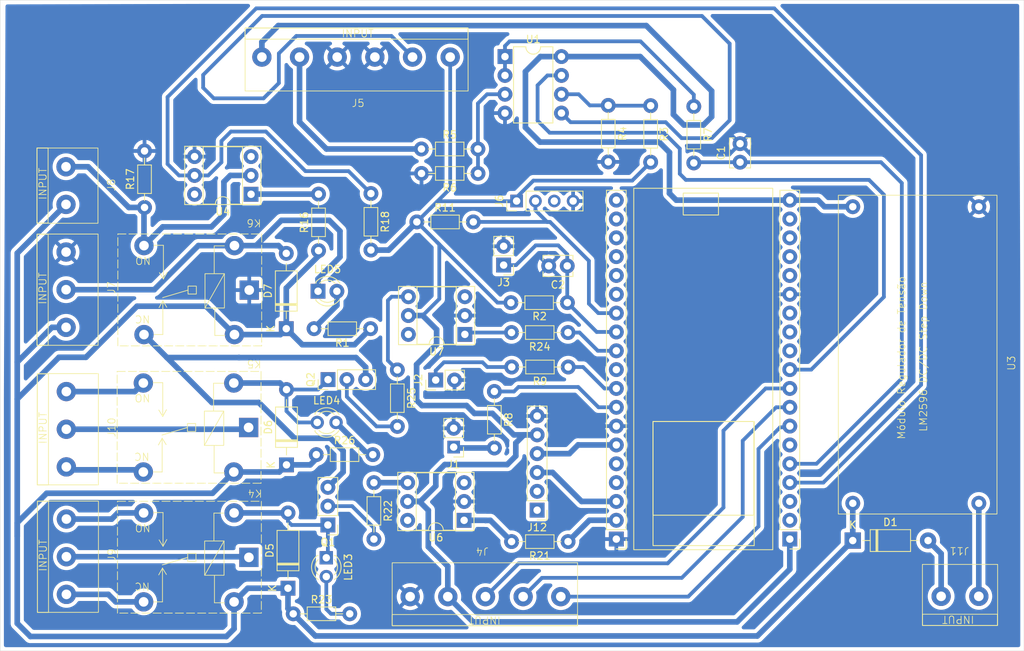
<source format=kicad_pcb>
(kicad_pcb (version 20221018) (generator pcbnew)
  (layers (0 "F.Cu" signal) (31 "B.Cu" signal) (34 "B.Paste" user) (35 "F.Paste" user) (36 "B.SilkS" user "B.Silkscreen") (37 "F.SilkS" user "F.Silkscreen") (38 "B.Mask" user) (39 "F.Mask" user) (44 "Edge.Cuts" user))
  (net 0 "")
  (net 1 "/Microcontroller/ACS712_BUF")
  (net 2 "Earth")
  (net 3 "/Microcontroller/BT_CONFIG")
  (net 4 "Net-(D1-A)")
  (net 5 "Net-(D5-A)")
  (net 6 "Net-(D6-A)")
  (net 7 "+12V")
  (net 8 "/Reles/OUT_DETECTOR")
  (net 9 "Net-(J1-Pin_1)")
  (net 10 "Net-(J2-Pin_1)")
  (net 11 "/Microcontroller/MAX6675_SO")
  (net 12 "/Microcontroller/MAX6675_CS")
  (net 13 "/Microcontroller/MAX6675_SCK")
  (net 14 "+3.3V")
  (net 15 "+5V")
  (net 16 "/Microcontroller/ACS712_OUT")
  (net 17 "/Microcontroller/TCRT5000")
  (net 18 "/Microcontroller/DHT22")
  (net 19 "/Reles/RELE_3_NA")
  (net 20 "/Reles/RELE_1_NF")
  (net 21 "/Reles/COM_1")
  (net 22 "/Reles/RELE_1_NA")
  (net 23 "/Reles/RELE_2_NF")
  (net 24 "/Reles/COM_2")
  (net 25 "/Reles/RELE_2_NA")
  (net 26 "Net-(U3-IN_-)")
  (net 29 "/Microcontroller/SCL")
  (net 30 "/Microcontroller/SDA")
  (net 31 "/Reles/GND2")
  (net 32 "Net-(LED3-A)")
  (net 33 "Net-(LED4-A)")
  (net 34 "Net-(LED5-A)")
  (net 35 "Net-(Q1-B)")
  (net 36 "Net-(Q2-B)")
  (net 37 "Net-(U1B--)")
  (net 38 "Net-(U1A-+)")
  (net 39 "Net-(U1A--)")
  (net 40 "/Microcontroller/LED_VM")
  (net 41 "/Microcontroller/LED_VD")
  (net 42 "Net-(R16-Pad2)")
  (net 43 "Net-(R21-Pad2)")
  (net 44 "Net-(R22-Pad1)")
  (net 45 "Net-(R24-Pad2)")
  (net 46 "Net-(R25-Pad1)")
  (net 47 "/Microcontroller/OUT_RPM")
  (net 52 "/Microcontroller/FIRE_GPIO")
  (net 67 "/Microcontroller/RELE_2")
  (net 71 "/Microcontroller/RELE_1")
  (footprint "Resistor_THT:R_Axial_DIN0204_L3.6mm_D1.6mm_P7.62mm_Horizontal" (layer "F.Cu") (at 103.95 100.41)
    (fp_text reference "R2")
    (fp_text value "10K")
  )
  (footprint "Package_DIP:DIP-6_W7.62mm_Socket" (layer "F.Cu") (at 97.74 104.69 180)
    (fp_text reference "U7")
    (fp_text value "CNY17-1")
  )
  (footprint "LED_THT:LED_D3.0mm" (layer "F.Cu") (at 77.935 98.87)
    (fp_text reference "LED5")
    (fp_text value "LED_VM")
  )
  (footprint "Resistor_THT:R_Axial_DIN0204_L3.6mm_D1.6mm_P7.62mm_Horizontal" (layer "F.Cu") (at 99.51 82.98 180)
    (fp_text reference "R6")
    (fp_text value "20K")
  )
  (footprint "Resistor_THT:R_Axial_DIN0204_L3.6mm_D1.6mm_P7.62mm_Horizontal" (layer "F.Cu") (at 85.07 85.69 -90)
    (fp_text reference "R18")
    (fp_text value "10K")
  )
  (footprint "My_library_footprint:KRE_6Vias" (layer "F.Cu") (at 85.6003 67.284)
    (fp_text reference "J5")
    (fp_text value "Conn_01x06")
  )
  (footprint "Resistor_THT:R_Axial_DIN0204_L3.6mm_D1.6mm_P7.62mm_Horizontal" (layer "F.Cu") (at 117.08 73.8 -90)
    (fp_text reference "R4")
    (fp_text value "2K2")
  )
  (footprint "Resistor_THT:R_Axial_DIN0204_L3.6mm_D1.6mm_P7.62mm_Horizontal" (layer "F.Cu") (at 111.68 109.09 180)
    (fp_text reference "R9")
    (fp_text value "330R")
  )
  (footprint "Resistor_THT:R_Axial_DIN0204_L3.6mm_D1.6mm_P7.62mm_Horizontal" (layer "F.Cu") (at 91.88 79.68)
    (fp_text reference "R5")
    (fp_text value "10K")
  )
  (footprint "Resistor_THT:R_Axial_DIN0204_L3.6mm_D1.6mm_P7.62mm_Horizontal" (layer "F.Cu") (at 111.66 132.64 180)
    (fp_text reference "R21")
    (fp_text value "330R")
  )
  (footprint "Resistor_THT:R_Axial_DIN0204_L3.6mm_D1.6mm_P7.62mm_Horizontal" (layer "F.Cu") (at 101.72 112.39 -90)
    (fp_text reference "R8")
    (fp_text value "330R")
  )
  (footprint "Resistor_THT:R_Axial_DIN0204_L3.6mm_D1.6mm_P7.62mm_Horizontal" (layer "F.Cu") (at 88.63 109.48 -90)
    (fp_text reference "R25")
    (fp_text value "1K")
  )
  (footprint "Connector_PinHeader_2.54mm:PinHeader_1x06_P2.54mm_Vertical" (layer "F.Cu") (at 107.49 128.4 180)
    (fp_text reference "J12")
    (fp_text value "RTC-DS3231")
  )
  (footprint "My_library_footprint:KRE_3Vias" (layer "F.Cu") (at 43.95 98.66 90)
    (fp_text reference "J7")
    (fp_text value "KRE_3_vias")
  )
  (footprint "Capacitor_THT:C_Disc_D3.8mm_W2.6mm_P2.50mm" (layer "F.Cu") (at 134.8603 81.464 90)
    (fp_text reference "C1")
    (fp_text value "100nF")
  )
  (footprint "Package_DIP:DIP-8_W7.62mm" (layer "F.Cu") (at 103.15 67.22)
    (fp_text reference "U1")
    (fp_text value "LM358")
  )
  (footprint "Resistor_THT:R_Axial_DIN0204_L3.6mm_D1.6mm_P7.62mm_Horizontal" (layer "F.Cu") (at 91.26 89.52)
    (fp_text reference "R11")
    (fp_text value "4K7")
  )
  (footprint "My_library_footprint:KRE_3Vias" (layer "F.Cu") (at 43.9936 134.68 90)
    (fp_text reference "J9")
    (fp_text value "KRE_3_vias")
  )
  (footprint "Resistor_THT:R_Axial_DIN0204_L3.6mm_D1.6mm_P7.62mm_Horizontal" (layer "F.Cu") (at 78 93.39 90)
    (fp_text reference "R16")
    (fp_text value "3K3")
  )
  (footprint "My_library_footprint:Módulo_DC-DC_2576" (layer "F.Cu") (at 171.965 108.57 90)
    (fp_text reference "U3")
    (fp_text value "~" hide)
  )
  (footprint "Package_DIP:DIP-6_W7.62mm_Socket" (layer "F.Cu") (at 68.9 85.79 180)
    (fp_text reference "U4")
    (fp_text value "CNY17-1")
  )
  (footprint "Resistor_THT:R_Axial_DIN0204_L3.6mm_D1.6mm_P7.62mm_Horizontal" (layer "F.Cu") (at 128.62 73.94 -90)
    (fp_text reference "R7")
    (fp_text value "100R")
  )
  (footprint "LED_THT:LED_D3.0mm" (layer "F.Cu") (at 79.05 134.82 -90)
    (fp_text reference "LED3")
    (fp_text value "LED_VM")
  )
  (footprint "Resistor_THT:R_Axial_DIN0204_L3.6mm_D1.6mm_P7.62mm_Horizontal" (layer "F.Cu") (at 77.7 120.91)
    (fp_text reference "R26")
    (fp_text value "820R")
  )
  (footprint "Diode_THT:D_DO-41_SOD81_P10.16mm_Horizontal" (layer "F.Cu") (at 73.65 103.92 90)
    (fp_text reference "D7")
    (fp_text value "1N4007")
  )
  (footprint "My_library_footprint:AX1RC" (layer "F.Cu") (at 68.57 117.25 180)
    (fp_text reference "K5")
    (fp_text value "AX1RC2")
  )
  (footprint "Diode_THT:D_DO-41_SOD81_P10.16mm_Horizontal" (layer "F.Cu") (at 73.88 138.93 90)
    (fp_text reference "D5")
    (fp_text value "1N4007")
  )
  (footprint "Resistor_THT:R_Axial_DIN0204_L3.6mm_D1.6mm_P7.62mm_Horizontal" (layer "F.Cu") (at 111.65 104.44 180)
    (fp_text reference "R24")
    (fp_text value "330R")
  )
  (footprint "Connector_PinHeader_2.54mm:PinHeader_1x02_P2.54mm_Vertical" (layer "F.Cu") (at 93.805 110.85 90)
    (fp_text reference "J2")
    (fp_text value "Led Verde")
  )
  (footprint "Package_DIP:DIP-6_W7.62mm_Socket" (layer "F.Cu") (at 97.64 129.77 180)
    (fp_text reference "U6")
    (fp_text value "CNY17-1")
  )
  (footprint "My_library_footprint:KRE_2Vias" (layer "F.Cu") (at 164.5243 140.152 180)
    (fp_text reference "J11")
    (fp_text value "~")
  )
  (footprint "My_library_footprint:KRE_5Vias" (layer "F.Cu") (at 95.4397 140.066 180)
    (fp_text reference "J4")
    (fp_text value "Conn_01x05")
  )
  (footprint "My_library_footprint:KRE_2Vias" (layer "F.Cu") (at 43.812 84.62 90)
    (fp_text reference "J8")
    (fp_text value "~")
  )
  (footprint "Resistor_THT:R_Axial_DIN0204_L3.6mm_D1.6mm_P7.62mm_Horizontal" (layer "F.Cu") (at 74.59 142.38)
    (fp_text reference "R23")
    (fp_text value "820R")
  )
  (footprint "Connector_PinHeader_2.54mm:PinHeader_1x03_P2.54mm_Vertical" (layer "F.Cu") (at 79.28 110.79 90)
    (fp_text reference "Q2")
    (fp_text value "BC547")
  )
  (footprint "Capacitor_THT:C_Disc_D3.8mm_W2.6mm_P2.50mm" (layer "F.Cu") (at 111.55 95.45 180)
    (fp_text reference "C2")
    (fp_text value "100nF")
  )
  (footprint "Connector_PinHeader_2.54mm:PinHeader_1x04_P2.54mm_Vertical" (layer "F.Cu") (at 104.72 86.7 90)
    (fp_text reference "J6")
    (fp_text value "DHT22")
  )
  (footprint "Connector_PinHeader_2.54mm:PinHeader_1x02_P2.54mm_Vertical" (layer "F.Cu") (at 102.97 95.345 180)
    (fp_text reference "J3")
    (fp_text value "Botão config ")
  )
  (footprint "Resistor_THT:R_Axial_DIN0204_L3.6mm_D1.6mm_P7.62mm_Horizontal" (layer "F.Cu") (at 85.02 103.92 180)
    (fp_text reference "R1")
    (fp_text value "820R")
  )
  (footprint "Connector_PinHeader_2.54mm:PinHeader_1x03_P2.54mm_Vertical" (layer "F.Cu") (at 79.26 130.4 180)
    (fp_text reference "Q1")
    (fp_text value "BC547")
  )
  (footprint "My_library_footprint:ESP32_DevKit" (layer "F.Cu") (at 131.12 81.3825 180)
    (fp_text reference "U5" hide)
    (fp_text value "~" hide)
  )
  (footprint "Resistor_THT:R_Axial_DIN0204_L3.6mm_D1.6mm_P7.62mm_Horizontal" (layer "F.Cu") (at 85.47 124.69 -90)
    (fp_text reference "R22")
    (fp_text value "1K")
  )
  (footprint "My_library_footprint:AX1RC" (layer "F.Cu") (at 68.6564 98.7154 180)
    (fp_text reference "K6")
    (fp_text value "AX1RC2")
  )
  (footprint "Resistor_THT:R_Axial_DIN0204_L3.6mm_D1.6mm_P7.62mm_Horizontal" (layer "F.Cu") (at 54.53 87.57 90)
    (fp_text reference "R17")
    (fp_text value "220K")
  )
  (footprint "Diode_THT:D_DO-41_SOD81_P10.16mm_Horizontal" (layer "F.Cu") (at 73.68 122.29 90)
    (fp_text reference "D6")
    (fp_text value "1N4007")
  )
  (footprint "Connector_PinHeader_2.54mm:PinHeader_1x02_P2.54mm_Vertical" (layer "F.Cu") (at 96.23 119.895 180)
    (fp_text reference "J1")
    (fp_text value "Led Vermelho")
  )
  (footprint "Resistor_THT:R_Axial_DIN0204_L3.6mm_D1.6mm_P7.62mm_Horizontal" (layer "F.Cu") (at 122.8 81.46 90)
    (fp_text reference "R3")
    (fp_text value "750R")
  )
  (footprint "Diode_THT:D_DO-41_SOD81_P10.16mm_Horizontal" (layer "F.Cu") (at 150.06 132.5)
    (fp_text reference "D1")
    (fp_text value "1N4007")
  )
  (footprint "My_library_footprint:KRE_3Vias" (layer "F.Cu") (at 43.9836 117.4846 90)
    (fp_text reference "J10")
    (fp_text value "KRE_3_vias")
  )
  (footprint "LED_THT:LED_D3.0mm" (layer "F.Cu") (at 77.825 116.57)
    (fp_text reference "LED4")
    (fp_text value "LED_VM")
  )
  (footprint "My_library_footprint:AX1RC" (layer "F.Cu") (at 68.61 134.77 180)
    (fp_text reference "K4")
    (fp_text value "AX1RC2")
  )
  (gr_rect (start 35.06 147.38) (end 173.16 59.61) (stroke (width 0.05)) (fill none) (layer "Edge.Cuts"))
  (segment (start 153.864 81.464) (end 134.8603 81.464) (width 0.508) (layer "B.Cu") (net 1))
  (segment (start 156.68 110.63) (end 156.68 84.28) (width 0.508) (layer "B.Cu") (net 1))
  (segment (start 141.57 122.1425) (end 145.1675 122.1425) (width 0.508) (layer "B.Cu") (net 1))
  (segment (start 145.1675 122.1425) (end 156.68 110.63) (width 0.508) (layer "B.Cu") (net 1))
  (segment (start 156.68 84.28) (end 153.864 81.464) (width 0.508) (layer "B.Cu") (net 1))
  (segment (start 134.8603 81.464) (end 128.716 81.464) (width 0.508) (layer "B.Cu") (net 1))
  (segment (start 115.5225 104.3625) (end 118.17 104.3625) (width 0.508) (layer "B.Cu") (net 3))
  (segment (start 111.57 100.41) (end 115.5225 104.3625) (width 0.508) (layer "B.Cu") (net 3))
  (segment (start 111.55 93.9) (end 111.55 95.45) (width 0.508) (layer "B.Cu") (net 3))
  (segment (start 104.635 95.345) (end 107.3 92.68) (width 0.508) (layer "B.Cu") (net 3))
  (segment (start 111.55 95.45) (end 111.55 100.39) (width 0.508) (layer "B.Cu") (net 3))
  (segment (start 107.3 92.68) (end 110.33 92.68) (width 0.508) (layer "B.Cu") (net 3))
  (segment (start 110.33 92.68) (end 111.55 93.9) (width 0.508) (layer "B.Cu") (net 3))
  (segment (start 102.97 95.345) (end 104.635 95.345) (width 0.508) (layer "B.Cu") (net 3))
  (segment (start 161.9843 134.2643) (end 160.22 132.5) (width 0.762) (layer "B.Cu") (net 4))
  (segment (start 161.9843 140.025) (end 161.9843 134.2643) (width 0.762) (layer "B.Cu") (net 4))
  (segment (start 79.26 130.4) (end 79.26 134.61) (width 0.508) (layer "B.Cu") (net 5))
  (segment (start 66.61 128.77) (end 73.88 128.77) (width 0.762) (layer "B.Cu") (net 5))
  (segment (start 73.88 128.77) (end 73.88 129.91) (width 0.508) (layer "B.Cu") (net 5))
  (segment (start 73.88 129.91) (end 74.37 130.4) (width 0.508) (layer "B.Cu") (net 5))
  (segment (start 74.37 130.4) (end 79.26 130.4) (width 0.508) (layer "B.Cu") (net 5))
  (segment (start 77.825 116.57) (end 75.21 116.57) (width 0.508) (layer "B.Cu") (net 6))
  (segment (start 75.21 116.57) (end 73.68 115.04) (width 0.508) (layer "B.Cu") (net 6))
  (segment (start 66.57 111.25) (end 72.8 111.25) (width 0.762) (layer "B.Cu") (net 6))
  (segment (start 73.68 115.04) (end 73.68 112.13) (width 0.508) (layer "B.Cu") (net 6))
  (segment (start 77.94 112.13) (end 79.28 110.79) (width 0.508) (layer "B.Cu") (net 6))
  (segment (start 72.8 111.25) (end 73.68 112.13) (width 0.762) (layer "B.Cu") (net 6))
  (segment (start 73.68 112.13) (end 77.94 112.13) (width 0.508) (layer "B.Cu") (net 6))
  (segment (start 66.61 140.77) (end 66.61 144.4) (width 0.762) (layer "B.Cu") (net 7))
  (segment (start 37.36 93.739) (end 43.939 87.16) (width 0.762) (layer "B.Cu") (net 7))
  (segment (start 73.65 103.92) (end 75.81 106.08) (width 0.762) (layer "B.Cu") (net 7))
  (segment (start 66.61 144.4) (end 65.57 145.44) (width 0.762) (layer "B.Cu") (net 7))
  (segment (start 73.68 122.29) (end 76.88 122.29) (width 0.762) (layer "B.Cu") (net 7))
  (segment (start 53.52 100.89) (end 46.63 107.78) (width 0.762) (layer "B.Cu") (net 7))
  (segment (start 66.57 123.25) (end 72.72 123.25) (width 0.762) (layer "B.Cu") (net 7))
  (segment (start 37.36 108.43) (end 37.36 93.739) (width 0.762) (layer "B.Cu") (net 7))
  (segment (start 75.81 106.08) (end 82.86 106.08) (width 0.762) (layer "B.Cu") (net 7))
  (segment (start 43.95 103.74) (end 42.05 103.74) (width 0.762) (layer "B.Cu") (net 7))
  (segment (start 78 94.1) (end 73.65 98.45) (width 0.762) (layer "B.Cu") (net 7))
  (segment (start 78 93.39) (end 78 94.1) (width 0.762) (layer "B.Cu") (net 7))
  (segment (start 65.57 145.44) (end 39.13 145.44) (width 0.762) (layer "B.Cu") (net 7))
  (segment (start 137.19 145.37) (end 77.58 145.37) (width 0.762) (layer "B.Cu") (net 7))
  (segment (start 66.57 123.25) (end 63.7 126.12) (width 0.762) (layer "B.Cu") (net 7))
  (segment (start 77.58 145.37) (end 74.59 142.38) (width 0.762) (layer "B.Cu") (net 7))
  (segment (start 66.61 140.77) (end 68.45 138.93) (width 0.762) (layer "B.Cu") (net 7))
  (segment (start 73.88 141.67) (end 74.59 142.38) (width 0.762) (layer "B.Cu") (net 7))
  (segment (start 46.63 107.78) (end 42.99 107.78) (width 0.762) (layer "B.Cu") (net 7))
  (segment (start 73.65 98.45) (end 73.65 103.92) (width 0.762) (layer "B.Cu") (net 7))
  (segment (start 37.36 130.09) (end 37.36 131.92) (width 0.762) (layer "B.Cu") (net 7))
  (segment (start 62.831 100.89) (end 53.52 100.89) (width 0.762) (layer "B.Cu") (net 7))
  (segment (start 42.05 103.74) (end 37.36 108.43) (width 0.762) (layer "B.Cu") (net 7))
  (segment (start 63.7 126.12) (end 41.33 126.12) (width 0.762) (layer "B.Cu") (net 7))
  (segment (start 68.45 138.93) (end 73.88 138.93) (width 0.762) (layer "B.Cu") (net 7))
  (segment (start 42.99 107.78) (end 37.36 113.41) (width 0.762) (layer "B.Cu") (net 7))
  (segment (start 76.88 122.29) (end 77.43 121.74) (width 0.762) (layer "B.Cu") (net 7))
  (segment (start 66.6564 104.7154) (end 62.831 100.89) (width 0.762) (layer "B.Cu") (net 7))
  (segment (start 66.6564 104.7154) (end 72.8546 104.7154) (width 0.762) (layer "B.Cu") (net 7))
  (segment (start 37.36 143.67) (end 37.36 131.92) (width 0.762) (layer "B.Cu") (net 7))
  (segment (start 39.13 145.44) (end 37.36 143.67) (width 0.762) (layer "B.Cu") (net 7))
  (segment (start 150.06 132.5) (end 149.95 132.5) (width 0.762) (layer "B.Cu") (net 7))
  (segment (start 41.33 126.12) (end 37.36 130.09) (width 0.762) (layer "B.Cu") (net 7))
  (segment (start 150.06 132.5) (end 137.19 145.37) (width 0.762) (layer "B.Cu") (net 7))
  (segment (start 150.06 132.5) (end 150.06 127.475) (width 0.762) (layer "B.Cu") (net 7))
  (segment (start 150.06 127.475) (end 150.065 127.47) (width 0.762) (layer "B.Cu") (net 7))
  (segment (start 73.88 138.93) (end 73.88 141.67) (width 0.762) (layer "B.Cu") (net 7))
  (segment (start 82.86 106.08) (end 85.02 103.92) (width 0.762) (layer "B.Cu") (net 7))
  (segment (start 72.72 123.25) (end 73.68 122.29) (width 0.762) (layer "B.Cu") (net 7))
  (segment (start 37.36 113.41) (end 37.36 108.43) (width 0.762) (layer "B.Cu") (net 7))
  (segment (start 72.8546 104.7154) (end 73.65 103.92) (width 0.762) (layer "B.Cu") (net 7))
  (segment (start 37.36 131.92) (end 37.36 113.41) (width 0.762) (layer "B.Cu") (net 7))
  (segment (start 80.89 90.76) (end 79.44 89.31) (width 0.762) (layer "B.Cu") (net 8))
  (segment (start 69.58 92.7154) (end 72.6054 92.7154) (width 0.762) (layer "B.Cu") (net 8))
  (segment (start 55.84 98.66) (end 43.95 98.66) (width 0.762) (layer "B.Cu") (net 8))
  (segment (start 80.89 94.25) (end 80.89 90.76) (width 0.762) (layer "B.Cu") (net 8))
  (segment (start 77.935 98.87) (end 77.935 97.205) (width 0.762) (layer "B.Cu") (net 8))
  (segment (start 72.6054 92.7154) (end 73.65 93.76) (width 0.762) (layer "B.Cu") (net 8))
  (segment (start 79.44 89.31) (end 72.9854 89.31) (width 0.762) (layer "B.Cu") (net 8))
  (segment (start 66.6564 92.7154) (end 69.58 92.7154) (width 0.762) (layer "B.Cu") (net 8))
  (segment (start 77.935 97.205) (end 80.89 94.25) (width 0.762) (layer "B.Cu") (net 8))
  (segment (start 72.9854 89.31) (end 69.58 92.7154) (width 0.762) (layer "B.Cu") (net 8))
  (segment (start 66.6564 92.7154) (end 61.7846 92.7154) (width 0.762) (layer "B.Cu") (net 8))
  (segment (start 61.7846 92.7154) (end 55.84 98.66) (width 0.762) (layer "B.Cu") (net 8))
  (segment (start 101.72 120.01) (end 96.345 120.01) (width 0.762) (layer "B.Cu") (net 9))
  (segment (start 96.345 120.01) (end 96.23 119.895) (width 0.762) (layer "B.Cu") (net 9))
  (segment (start 100.76 109.09) (end 100.12 108.45) (width 0.508) (layer "B.Cu") (net 10))
  (segment (start 94.92 108.45) (end 93.805 109.565) (width 0.508) (layer "B.Cu") (net 10))
  (segment (start 100.12 108.45) (end 94.92 108.45) (width 0.508) (layer "B.Cu") (net 10))
  (segment (start 104.06 109.09) (end 100.76 109.09) (width 0.508) (layer "B.Cu") (net 10))
  (segment (start 93.805 109.565) (end 93.805 110.85) (width 0.508) (layer "B.Cu") (net 10))
  (segment (start 127.864 140.066) (end 137.35 130.58) (width 0.508) (layer "B.Cu") (net 11))
  (segment (start 137.35 120.14) (end 140.26 117.23) (width 0.508) (layer "B.Cu") (net 11))
  (segment (start 110.6797 140.066) (end 127.864 140.066) (width 0.508) (layer "B.Cu") (net 11))
  (segment (start 137.35 130.58) (end 137.35 120.14) (width 0.508) (layer "B.Cu") (net 11))
  (segment (start 140.26 117.22) (end 141.4125 117.22) (width 0.508) (layer "B.Cu") (net 11))
  (segment (start 135.22 129.31) (end 135.22 119.03) (width 0.508) (layer "B.Cu") (net 12))
  (segment (start 139.7275 114.5225) (end 141.57 114.5225) (width 0.508) (layer "B.Cu") (net 12))
  (segment (start 135.22 119.03) (end 139.7275 114.5225) (width 0.508) (layer "B.Cu") (net 12))
  (segment (start 127 137.53) (end 135.22 129.31) (width 0.508) (layer "B.Cu") (net 12))
  (segment (start 105.5997 140.066) (end 108.1357 137.53) (width 0.508) (layer "B.Cu") (net 12))
  (segment (start 108.1357 137.53) (end 127 137.53) (width 0.508) (layer "B.Cu") (net 12))
  (segment (start 138.3075 111.9825) (end 141.57 111.9825) (width 0.508) (layer "B.Cu") (net 13))
  (segment (start 132.62 117.67) (end 138.3075 111.9825) (width 0.508) (layer "B.Cu") (net 13))
  (segment (start 132.62 128.05) (end 132.62 117.67) (width 0.508) (layer "B.Cu") (net 13))
  (segment (start 105.0157 135.57) (end 125.1 135.57) (width 0.508) (layer "B.Cu") (net 13))
  (segment (start 100.5197 140.066) (end 105.0157 135.57) (width 0.508) (layer "B.Cu") (net 13))
  (segment (start 125.1 135.57) (end 132.62 128.05) (width 0.508) (layer "B.Cu") (net 13))
  (segment (start 98.8437 143.47) (end 95.4397 140.066) (width 0.762) (layer "B.Cu") (net 14))
  (segment (start 120.31 83.95) (end 122.8 81.46) (width 0.508) (layer "B.Cu") (net 14))
  (segment (start 104.34 118.24) (end 101.45 115.35) (width 0.762) (layer "B.Cu") (net 14))
  (segment (start 92.81 128.42) (end 91.6 127.21) (width 0.762) (layer "B.Cu") (net 14))
  (segment (start 87.46 93.32) (end 91.26 89.52) (width 0.762) (layer "B.Cu") (net 14))
  (segment (start 95.7603 67.284) (end 95.7603 85.0197) (width 0.508) (layer "B.Cu") (net 14))
  (segment (start 91.95 114.29) (end 91.23 113.57) (width 0.762) (layer "B.Cu") (net 14))
  (segment (start 91.23 113.57) (end 91.23 108.75) (width 0.762) (layer "B.Cu") (net 14))
  (segment (start 103.45 122.25) (end 104.61 121.09) (width 0.762) (layer "B.Cu") (net 14))
  (segment (start 97.97 114.29) (end 91.95 114.29) (width 0.762) (layer "B.Cu") (net 14))
  (segment (start 90.04 127.21) (end 90.02 127.23) (width 0.762) (layer "B.Cu") (net 14))
  (segment (start 104.61 119.34) (end 105.71 118.24) (width 0.762) (layer "B.Cu") (net 14))
  (segment (start 141.57 136.37) (end 134.47 143.47) (width 0.762) (layer "B.Cu") (net 14))
  (segment (start 90.02 127.23) (end 91.73 127.23) (width 0.762) (layer "B.Cu") (net 14))
  (segment (start 92.81 133.34) (end 92.81 128.42) (width 0.762) (layer "B.Cu") (net 14))
  (segment (start 101.45 115.35) (end 99.03 115.35) (width 0.762) (layer "B.Cu") (net 14))
  (segment (start 105.71 118.24) (end 107.49 118.24) (width 0.762) (layer "B.Cu") (net 14))
  (segment (start 102.15 100.41) (end 94 92.26) (width 0.508) (layer "B.Cu") (net 14))
  (segment (start 99.03 115.35) (end 97.97 114.29) (width 0.762) (layer "B.Cu") (net 14))
  (segment (start 91.23 108.75) (end 93.93 106.05) (width 0.762) (layer "B.Cu") (net 14))
  (segment (start 141.57 132.3025) (end 141.57 136.37) (width 0.762) (layer "B.Cu") (net 14))
  (segment (start 94.05 86.73) (end 104.69 86.73) (width 0.508) (layer "B.Cu") (net 14))
  (segment (start 85.07 93.31) (end 85.08 93.32) (width 0.762) (layer "B.Cu") (net 14))
  (segment (start 85.08 93.32) (end 87.46 93.32) (width 0.762) (layer "B.Cu") (net 14))
  (segment (start 104.69 86.73) (end 104.72 86.7) (width 0.508) (layer "B.Cu") (net 14))
  (segment (start 95.03 122.25) (end 103.45 122.25) (width 0.762) (layer "B.Cu") (net 14))
  (segment (start 92.99 87.79) (end 94.05 86.73) (width 0.508) (layer "B.Cu") (net 14))
  (segment (start 134.47 143.47) (end 98.8437 143.47) (width 0.762) (layer "B.Cu") (net 14))
  (segment (start 94 92.26) (end 91.26 89.52) (width 0.508) (layer "B.Cu") (net 14))
  (segment (start 104.72 86.7) (end 104.72 86.21) (width 0.508) (layer "B.Cu") (net 14))
  (segment (start 93.93 106.05) (end 93.93 104.03) (width 0.762) (layer "B.Cu") (net 14))
  (segment (start 94.291 99.909) (end 94.291 92.551) (width 0.508) (layer "B.Cu") (net 14))
  (segment (start 93.82 125.14) (end 93.82 123.46) (width 0.762) (layer "B.Cu") (net 14))
  (segment (start 103.95 100.41) (end 102.15 100.41) (width 0.508) (layer "B.Cu") (net 14))
  (segment (start 93.93 104.03) (end 92.05 102.15) (width 0.762) (layer "B.Cu") (net 14))
  (segment (start 95.4397 135.9697) (end 92.81 133.34) (width 0.762) (layer "B.Cu") (net 14))
  (segment (start 91.73 127.23) (end 93.82 125.14) (width 0.762) (layer "B.Cu") (net 14))
  (segment (start 104.72 86.21) (end 106.98 83.95) (width 0.508) (layer "B.Cu") (net 14))
  (segment (start 90.12 102.15) (end 92.05 102.15) (width 0.762) (layer "B.Cu") (net 14))
  (segment (start 91.26 89.52) (end 92.99 87.79) (width 0.508) (layer "B.Cu") (net 14))
  (segment (start 104.61 121.09) (end 104.61 119.34) (width 0.762) (layer "B.Cu") (net 14))
  (segment (start 95.7603 85.0197) (end 92.99 87.79) (width 0.508) (layer "B.Cu") (net 14))
  (segment (start 92.05 102.15) (end 94.291 99.909) (width 0.508) (layer "B.Cu") (net 14))
  (segment (start 91.6 127.21) (end 90.04 127.21) (width 0.762) (layer "B.Cu") (net 14))
  (segment (start 94.291 92.551) (end 94 92.26) (width 0.508) (layer "B.Cu") (net 14))
  (segment (start 95.4397 140.066) (end 95.4397 135.9697) (width 0.762) (layer "B.Cu") (net 14))
  (segment (start 93.82 123.46) (end 95.03 122.25) (width 0.762) (layer "B.Cu") (net 14))
  (segment (start 92.06 89.52) (end 91.26 89.52) (width 0.508) (layer "B.Cu") (net 14))
  (segment (start 106.98 83.95) (end 120.31 83.95) (width 0.508) (layer "B.Cu") (net 14))
  (segment (start 107.49 118.24) (end 104.34 118.24) (width 0.762) (layer "B.Cu") (net 14))
  (segment (start 72.57 63.04) (end 122.21 63.04) (width 0.762) (layer "B.Cu") (net 15))
  (segment (start 107.93 67.22) (end 105.91 69.24) (width 0.762) (layer "B.Cu") (net 15))
  (segment (start 110.77 67.22) (end 107.93 67.22) (width 0.762) (layer "B.Cu") (net 15))
  (segment (start 127.28 76.44) (end 125.87 75.03) (width 0.762) (layer "B.Cu") (net 15))
  (segment (start 126.2525 86.5825) (end 141.57 86.5825) (width 0.762) (layer "B.Cu") (net 15))
  (segment (start 145.3625 86.5825) (end 141.57 86.5825) (width 0.762) (layer "B.Cu") (net 15))
  (segment (start 105.91 69.24) (end 105.91 76.78) (width 0.762) (layer "B.Cu") (net 15))
  (segment (start 70.3603 65.2497) (end 72.57 63.04) (width 0.762) (layer "B.Cu") (net 15))
  (segment (start 125.34 80.14) (end 125.34 85.67) (width 0.762) (layer "B.Cu") (net 15))
  (segment (start 131.03 71.86) (end 131.03 75.33) (width 0.762) (layer "B.Cu") (net 15))
  (segment (start 131.03 75.33) (end 129.92 76.44) (width 0.762) (layer "B.Cu") (net 15))
  (segment (start 105.91 76.78) (end 107.88 78.75) (width 0.762) (layer "B.Cu") (net 15))
  (segment (start 122.21 63.04) (end 131.03 71.86) (width 0.762) (layer "B.Cu") (net 15))
  (segment (start 70.3603 67.284) (end 70.3603 65.2497) (width 0.762) (layer "B.Cu") (net 15))
  (segment (start 125.34 85.67) (end 126.2525 86.5825) (width 0.762) (layer "B.Cu") (net 15))
  (segment (start 146.25 87.47) (end 145.3625 86.5825) (width 0.762) (layer "B.Cu") (net 15))
  (segment (start 125.87 71.7) (end 121.39 67.22) (width 0.762) (layer "B.Cu") (net 15))
  (segment (start 129.92 76.44) (end 127.28 76.44) (width 0.762) (layer "B.Cu") (net 15))
  (segment (start 150.065 87.47) (end 146.25 87.47) (width 0.762) (layer "B.Cu") (net 15))
  (segment (start 123.95 78.75) (end 125.34 80.14) (width 0.762) (layer "B.Cu") (net 15))
  (segment (start 121.39 67.22) (end 110.77 67.22) (width 0.762) (layer "B.Cu") (net 15))
  (segment (start 125.87 75.03) (end 125.87 71.7) (width 0.762) (layer "B.Cu") (net 15))
  (segment (start 107.88 78.75) (end 123.95 78.75) (width 0.762) (layer "B.Cu") (net 15))
  (segment (start 75.4403 76.0503) (end 79.07 79.68) (width 0.762) (layer "B.Cu") (net 16))
  (segment (start 79.07 79.68) (end 91.88 79.68) (width 0.762) (layer "B.Cu") (net 16))
  (segment (start 75.4403 67.284) (end 75.4403 76.0503) (width 0.762) (layer "B.Cu") (net 16))
  (segment (start 133.46 65.48) (end 133.46 75.81) (width 0.508) (layer "B.Cu") (net 17))
  (segment (start 70.39 61.74) (end 129.72 61.74) (width 0.508) (layer "B.Cu") (net 17))
  (segment (start 124.83 76.07) (end 112 76.07) (width 0.508) (layer "B.Cu") (net 17))
  (segment (start 62.44 71.42) (end 62.44 69.69) (width 0.508) (layer "B.Cu") (net 17))
  (segment (start 87.8363 64.44) (end 75 64.44) (width 0.508) (layer "B.Cu") (net 17))
  (segment (start 72.65 66.79) (end 72.65 70.79) (width 0.508) (layer "B.Cu") (net 17))
  (segment (start 126.98 78.22) (end 124.83 76.07) (width 0.508) (layer "B.Cu") (net 17))
  (segment (start 75 64.44) (end 72.65 66.79) (width 0.508) (layer "B.Cu") (net 17))
  (segment (start 72.65 70.79) (end 70.59 72.85) (width 0.508) (layer "B.Cu") (net 17))
  (segment (start 63.87 72.85) (end 62.44 71.42) (width 0.508) (layer "B.Cu") (net 17))
  (segment (start 90.6803 67.284) (end 87.8363 64.44) (width 0.508) (layer "B.Cu") (net 17))
  (segment (start 112 76.07) (end 110.77 74.84) (width 0.508) (layer "B.Cu") (net 17))
  (segment (start 131.05 78.22) (end 126.98 78.22) (width 0.508) (layer "B.Cu") (net 17))
  (segment (start 129.72 61.74) (end 133.46 65.48) (width 0.508) (layer "B.Cu") (net 17))
  (segment (start 133.46 75.81) (end 131.05 78.22) (width 0.508) (layer "B.Cu") (net 17))
  (segment (start 62.44 69.69) (end 70.39 61.74) (width 0.508) (layer "B.Cu") (net 17))
  (segment (start 70.59 72.85) (end 63.87 72.85) (width 0.508) (layer "B.Cu") (net 17))
  (segment (start 114.47 94.77) (end 109.22 89.52) (width 0.508) (layer "B.Cu") (net 18))
  (segment (start 115.7425 101.8225) (end 114.47 100.55) (width 0.508) (layer "B.Cu") (net 18))
  (segment (start 107.26 86.7) (end 107.26 87.95) (width 0.508) (layer "B.Cu") (net 18))
  (segment (start 114.47 100.55) (end 114.47 94.77) (width 0.508) (layer "B.Cu") (net 18))
  (segment (start 107.26 87.95) (end 108.83 89.52) (width 0.508) (layer "B.Cu") (net 18))
  (segment (start 118.17 101.8225) (end 115.7425 101.8225) (width 0.508) (layer "B.Cu") (net 18))
  (segment (start 109.22 89.52) (end 98.88 89.52) (width 0.508) (layer "B.Cu") (net 18))
  (segment (start 108.83 89.52) (end 109.22 89.52) (width 0.508) (layer "B.Cu") (net 18))
  (segment (start 46.92 82.08) (end 52.41 87.57) (width 0.762) (layer "B.Cu") (net 19))
  (segment (start 68.9 83.25) (end 66.1 83.25) (width 0.762) (layer "B.Cu") (net 19))
  (segment (start 54.4564 87.6436) (end 54.53 87.57) (width 0.762) (layer "B.Cu") (net 19))
  (segment (start 54.4564 92.7154) (end 54.4564 87.6436) (width 0.762) (layer "B.Cu") (net 19))
  (segment (start 65.24 84.11) (end 65.24 88.5) (width 0.762) (layer "B.Cu") (net 19))
  (segment (start 65.24 88.5) (end 63.55 90.19) (width 0.762) (layer "B.Cu") (net 19))
  (segment (start 66.1 83.25) (end 65.24 84.11) (width 0.762) (layer "B.Cu") (net 19))
  (segment (start 56.9818 90.19) (end 54.4564 92.7154) (width 0.762) (layer "B.Cu") (net 19))
  (segment (start 52.41 87.57) (end 54.53 87.57) (width 0.762) (layer "B.Cu") (net 19))
  (segment (start 63.55 90.19) (end 56.9818 90.19) (width 0.762) (layer "B.Cu") (net 19))
  (segment (start 43.939 82.08) (end 46.92 82.08) (width 0.762) (layer "B.Cu") (net 19))
  (segment (start 50.65 140.77) (end 49.64 139.76) (width 0.762) (layer "B.Cu") (net 20))
  (segment (start 54.41 140.77) (end 50.65 140.77) (width 0.762) (layer "B.Cu") (net 20))
  (segment (start 49.64 139.76) (end 43.9936 139.76) (width 0.762) (layer "B.Cu") (net 20))
  (segment (start 68.52 134.68) (end 68.61 134.77) (width 0.762) (layer "B.Cu") (net 21))
  (segment (start 43.9936 134.68) (end 68.52 134.68) (width 0.762) (layer "B.Cu") (net 21))
  (segment (start 50.93 128.77) (end 50.09 129.61) (width 0.762) (layer "B.Cu") (net 22))
  (segment (start 54.41 128.77) (end 50.93 128.77) (width 0.762) (layer "B.Cu") (net 22))
  (segment (start 50.09 129.61) (end 50.08 129.6) (width 0.762) (layer "B.Cu") (net 22))
  (segment (start 50.08 129.6) (end 43.9936 129.6) (width 0.762) (layer "B.Cu") (net 22))
  (segment (start 44.379 122.96) (end 54.08 122.96) (width 0.762) (layer "B.Cu") (net 23))
  (segment (start 43.9836 122.5646) (end 44.379 122.96) (width 0.762) (layer "B.Cu") (net 23))
  (segment (start 54.08 122.96) (end 54.37 123.25) (width 0.762) (layer "B.Cu") (net 23))
  (segment (start 43.9836 117.4846) (end 68.3354 117.4846) (width 0.762) (layer "B.Cu") (net 24))
  (segment (start 68.3354 117.4846) (end 68.57 117.25) (width 0.762) (layer "B.Cu") (net 24))
  (segment (start 43.9836 112.4046) (end 53.2154 112.4046) (width 0.762) (layer "B.Cu") (net 25))
  (segment (start 53.2154 112.4046) (end 54.37 111.25) (width 0.762) (layer "B.Cu") (net 25))
  (segment (start 167.0643 140.025) (end 167.0643 127.4707) (width 0.762) (layer "B.Cu") (net 26))
  (segment (start 113.4825 127.2225) (end 118.17 127.2225) (width 0.762) (layer "B.Cu") (net 29))
  (segment (start 109.58 123.32) (end 113.4825 127.2225) (width 0.762) (layer "B.Cu") (net 29))
  (segment (start 107.49 123.32) (end 109.58 123.32) (width 0.762) (layer "B.Cu") (net 29))
  (segment (start 107.49 120.78) (end 111.83 120.78) (width 0.762) (layer "B.Cu") (net 30))
  (segment (start 113.02 119.59) (end 113.0325 119.6025) (width 0.762) (layer "B.Cu") (net 30))
  (segment (start 113.0325 119.6025) (end 118.17 119.6025) (width 0.762) (layer "B.Cu") (net 30))
  (segment (start 111.83 120.78) (end 113.02 119.59) (width 0.762) (layer "B.Cu") (net 30))
  (segment (start 54.4564 104.7154) (end 57.5555 107.8145) (width 0.762) (layer "B.Cu") (net 31))
  (segment (start 81.32 120.41) (end 81.32 120.49) (width 0.762) (layer "B.Cu") (net 31))
  (segment (start 84.36 109.12) (end 83.06 107.82) (width 0.762) (layer "B.Cu") (net 31))
  (segment (start 79.61 118.7) (end 81.32 120.41) (width 0.762) (layer "B.Cu") (net 31))
  (segment (start 81.32 120.49) (end 81.32 123.26) (width 0.762) (layer "B.Cu") (net 31))
  (segment (start 81.32 123.26) (end 79.26 125.32) (width 0.762) (layer "B.Cu") (net 31))
  (segment (start 83.06 107.82) (end 67.269153 107.82) (width 0.762) (layer "B.Cu") (net 31))
  (segment (start 84.36 110.79) (end 84.36 109.12) (width 0.762) (layer "B.Cu") (net 31))
  (segment (start 74.76 118.7) (end 79.61 118.7) (width 0.762) (layer "B.Cu") (net 31))
  (segment (start 69.94 113.88) (end 74.76 118.7) (width 0.762) (layer "B.Cu") (net 31))
  (segment (start 57.5555 107.8145) (end 63.621 113.88) (width 0.762) (layer "B.Cu") (net 31))
  (segment (start 63.621 113.88) (end 69.94 113.88) (width 0.762) (layer "B.Cu") (net 31))
  (segment (start 67.269153 107.82) (end 67.263653 107.8145) (width 0.762) (layer "B.Cu") (net 31))
  (segment (start 67.263653 107.8145) (end 57.5555 107.8145) (width 0.762) (layer "B.Cu") (net 31))
  (segment (start 79.68 142.38) (end 79.05 141.75) (width 0.508) (layer "B.Cu") (net 32))
  (segment (start 79.05 141.75) (end 79.05 137.36) (width 0.508) (layer "B.Cu") (net 32))
  (segment (start 82.21 142.38) (end 79.68 142.38) (width 0.508) (layer "B.Cu") (net 32))
  (segment (start 84.705 120.91) (end 80.365 116.57) (width 0.762) (layer "B.Cu") (net 33))
  (segment (start 85.32 120.91) (end 84.705 120.91) (width 0.762) (layer "B.Cu") (net 33))
  (segment (start 80.475 98.87) (end 80.475 100.775) (width 0.762) (layer "B.Cu") (net 34))
  (segment (start 77.4 103.85) (end 77.4 103.92) (width 0.762) (layer "B.Cu") (net 34))
  (segment (start 80.475 100.775) (end 77.4 103.85) (width 0.762) (layer "B.Cu") (net 34))
  (segment (start 85.47 132.31) (end 85.47 130.8) (width 0.508) (layer "B.Cu") (net 35))
  (segment (start 82.53 127.86) (end 79.26 127.86) (width 0.508) (layer "B.Cu") (net 35))
  (segment (start 85.47 130.8) (end 82.53 127.86) (width 0.508) (layer "B.Cu") (net 35))
  (segment (start 85.82 117.1) (end 81.82 113.1) (width 0.508) (layer "B.Cu") (net 36))
  (segment (start 88.63 117.1) (end 85.82 117.1) (width 0.508) (layer "B.Cu") (net 36))
  (segment (start 81.82 113.1) (end 81.82 110.79) (width 0.508) (layer "B.Cu") (net 36))
  (segment (start 113.09 72.3) (end 110.77 72.3) (width 0.508) (layer "B.Cu") (net 37))
  (segment (start 117.08 73.8) (end 114.59 73.8) (width 0.508) (layer "B.Cu") (net 37))
  (segment (start 114.59 73.8) (end 113.09 72.3) (width 0.508) (layer "B.Cu") (net 37))
  (segment (start 122.8 73.84) (end 117.12 73.84) (width 0.508) (layer "B.Cu") (net 37))
  (segment (start 99.51 79.69) (end 99.5 79.68) (width 0.508) (layer "B.Cu") (net 38))
  (segment (start 99.5 73.54) (end 100.74 72.3) (width 0.508) (layer "B.Cu") (net 38))
  (segment (start 100.74 72.3) (end 103.15 72.3) (width 0.508) (layer "B.Cu") (net 38))
  (segment (start 99.5 79.68) (end 99.5 73.54) (width 0.508) (layer "B.Cu") (net 38))
  (segment (start 99.51 82.98) (end 99.51 79.69) (width 0.508) (layer "B.Cu") (net 38))
  (segment (start 128.62 73.94) (end 128.62 72.35) (width 0.508) (layer "B.Cu") (net 39))
  (segment (start 103.15 65.79) (end 103.15 67.22) (width 0.508) (layer "B.Cu") (net 39))
  (segment (start 103.78 65.16) (end 103.15 65.79) (width 0.508) (layer "B.Cu") (net 39))
  (segment (start 103.15 69.76) (end 103.15 67.22) (width 0.508) (layer "B.Cu") (net 39))
  (segment (start 128.62 72.35) (end 121.43 65.16) (width 0.508) (layer "B.Cu") (net 39))
  (segment (start 121.43 65.16) (end 103.78 65.16) (width 0.508) (layer "B.Cu") (net 39))
  (segment (start 115.7625 114.5225) (end 118.17 114.5225) (width 0.508) (layer "B.Cu") (net 40))
  (segment (start 113.03 111.79) (end 115.7625 114.5225) (width 0.508) (layer "B.Cu") (net 40))
  (segment (start 104.37 112.39) (end 104.97 111.79) (width 0.508) (layer "B.Cu") (net 40))
  (segment (start 104.97 111.79) (end 113.03 111.79) (width 0.508) (layer "B.Cu") (net 40))
  (segment (start 101.72 112.39) (end 104.37 112.39) (width 0.508) (layer "B.Cu") (net 40))
  (segment (start 111.68 109.09) (end 113.68 109.09) (width 0.508) (layer "B.Cu") (net 41))
  (segment (start 113.68 109.09) (end 116.5725 111.9825) (width 0.508) (layer "B.Cu") (net 41))
  (segment (start 116.5725 111.9825) (end 118.17 111.9825) (width 0.508) (layer "B.Cu") (net 41))
  (segment (start 78 85.77) (end 68.92 85.77) (width 0.762) (layer "B.Cu") (net 42))
  (segment (start 68.92 85.77) (end 68.9 85.79) (width 0.762) (layer "B.Cu") (net 42))
  (segment (start 101.18 129.78) (end 100.52 129.78) (width 0.762) (layer "B.Cu") (net 43))
  (segment (start 100.52 129.78) (end 100.51 129.77) (width 0.762) (layer "B.Cu") (net 43))
  (segment (start 104.04 132.64) (end 101.18 129.78) (width 0.762) (layer "B.Cu") (net 43))
  (segment (start 100.51 129.77) (end 97.64 129.77) (width 0.762) (layer "B.Cu") (net 43))
  (segment (start 85.47 124.69) (end 90.02 124.69) (width 0.762) (layer "B.Cu") (net 44))
  (segment (start 97.99 104.44) (end 97.74 104.69) (width 0.508) (layer "B.Cu") (net 45))
  (segment (start 104.03 104.44) (end 97.99 104.44) (width 0.508) (layer "B.Cu") (net 45))
  (segment (start 87.36 100.11) (end 87.86 99.61) (width 0.508) (layer "B.Cu") (net 46))
  (segment (start 87.86 99.61) (end 90.12 99.61) (width 0.508) (layer "B.Cu") (net 46))
  (segment (start 87.36 108.21) (end 87.36 100.11) (width 0.508) (layer "B.Cu") (net 46))
  (segment (start 88.63 109.48) (end 87.36 108.21) (width 0.508) (layer "B.Cu") (net 46))
  (segment (start 152.26 83.85) (end 127.55 83.85) (width 0.508) (layer "B.Cu") (net 47))
  (segment (start 141.57 109.4425) (end 144.4575 109.4425) (width 0.508) (layer "B.Cu") (net 47))
  (segment (start 124.58 77.49) (end 109.18 77.49) (width 0.508) (layer "B.Cu") (net 47))
  (segment (start 126.73 83.03) (end 126.73 79.64) (width 0.508) (layer "B.Cu") (net 47))
  (segment (start 126.73 79.64) (end 124.58 77.49) (width 0.508) (layer "B.Cu") (net 47))
  (segment (start 107.55 71.09) (end 108.88 69.76) (width 0.508) (layer "B.Cu") (net 47))
  (segment (start 127.55 83.85) (end 126.73 83.03) (width 0.508) (layer "B.Cu") (net 47))
  (segment (start 107.55 75.86) (end 107.55 71.09) (width 0.508) (layer "B.Cu") (net 47))
  (segment (start 154.26 99.64) (end 154.26 85.85) (width 0.508) (layer "B.Cu") (net 47))
  (segment (start 108.88 69.76) (end 110.77 69.76) (width 0.508) (layer "B.Cu") (net 47))
  (segment (start 144.4575 109.4425) (end 154.26 99.64) (width 0.508) (layer "B.Cu") (net 47))
  (segment (start 109.18 77.49) (end 107.55 75.86) (width 0.508) (layer "B.Cu") (net 47))
  (segment (start 154.26 85.85) (end 152.26 83.85) (width 0.508) (layer "B.Cu") (net 47))
  (segment (start 141.57 124.6825) (end 146.0875 124.6825) (width 0.508) (layer "B.Cu") (net 52))
  (segment (start 59.18 83.25) (end 61.28 83.25) (width 0.508) (layer "B.Cu") (net 52))
  (segment (start 85.07 85.69) (end 82.05 82.67) (width 0.508) (layer "B.Cu") (net 52))
  (segment (start 64.9 81.48) (end 63.13 83.25) (width 0.508) (layer "B.Cu") (net 52))
  (segment (start 63.13 83.25) (end 61.28 83.25) (width 0.508) (layer "B.Cu") (net 52))
  (segment (start 146.0875 124.6825) (end 159.28 111.49) (width 0.508) (layer "B.Cu") (net 52))
  (segment (start 76.24 82.67) (end 70.9 77.33) (width 0.508) (layer "B.Cu") (net 52))
  (segment (start 69.6 60.71) (end 57.64 72.67) (width 0.508) (layer "B.Cu") (net 52))
  (segment (start 139.47 60.71) (end 69.6 60.71) (width 0.508) (layer "B.Cu") (net 52))
  (segment (start 82.05 82.67) (end 76.24 82.67) (width 0.508) (layer "B.Cu") (net 52))
  (segment (start 159.28 80.52) (end 139.47 60.71) (width 0.508) (layer "B.Cu") (net 52))
  (segment (start 70.9 77.33) (end 66.19 77.33) (width 0.508) (layer "B.Cu") (net 52))
  (segment (start 57.64 72.67) (end 57.64 81.71) (width 0.508) (layer "B.Cu") (net 52))
  (segment (start 57.64 81.71) (end 59.18 83.25) (width 0.508) (layer "B.Cu") (net 52))
  (segment (start 66.19 77.33) (end 64.9 78.62) (width 0.508) (layer "B.Cu") (net 52))
  (segment (start 64.9 78.62) (end 64.9 81.48) (width 0.508) (layer "B.Cu") (net 52))
  (segment (start 159.28 111.49) (end 159.28 80.52) (width 0.508) (layer "B.Cu") (net 52))
  (segment (start 111.65 104.44) (end 113.21 104.44) (width 0.508) (layer "B.Cu") (net 67))
  (segment (start 115.6725 106.9025) (end 118.17 106.9025) (width 0.508) (layer "B.Cu") (net 67))
  (segment (start 113.21 104.44) (end 115.6725 106.9025) (width 0.508) (layer "B.Cu") (net 67))
  (segment (start 114.5375 129.7625) (end 111.66 132.64) (width 0.762) (layer "B.Cu") (net 71))
  (segment (start 118.17 129.7625) (end 114.5375 129.7625) (width 0.762) (layer "B.Cu") (net 71))
  (zone (net 2) (net_name "Earth") (layer "B.Cu") (connect_pads (clearance 0.508)) (min_thickness 0.508) (fill yes (thermal_gap 0.508) (thermal_bridge_width 0.508))
    (polygon (pts (xy 35.42 147.02) (xy 172.85 147.06) (xy 172.51 60.73) (xy 172.52 59.83) (xy 35.78 60.18)))
  )
)
</source>
